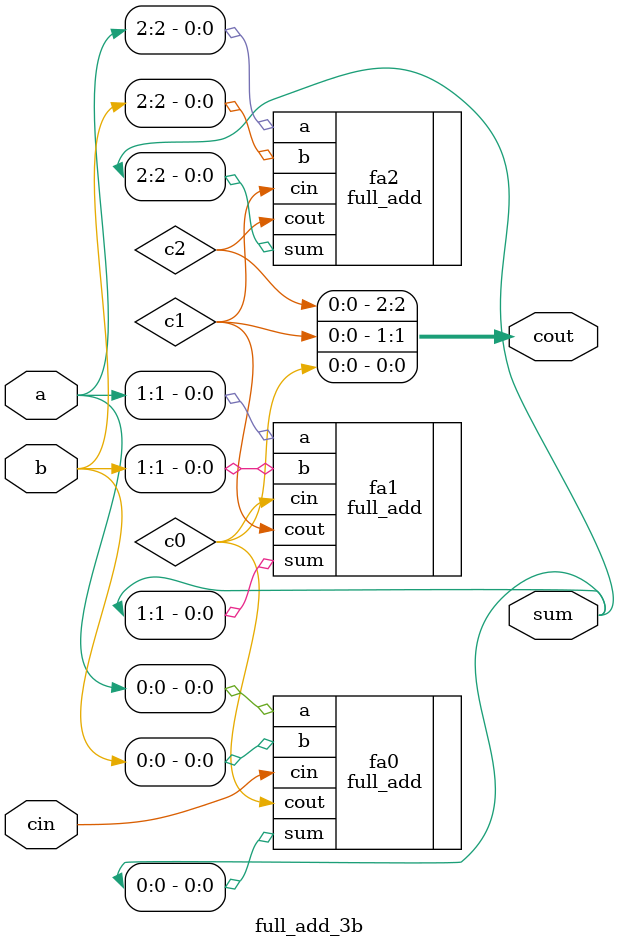
<source format=v>
module full_add_3b( // Модуль 3-битного сумматора на основе трех одноразрядных full_add
    input [2:0] a, b, // 3-битные слагаемые
    input cin,        // Входной перенос (для младшего разряда)
    output [2:0] cout, // Вектора переносов по разрядам [2]=старший
    output [2:0] sum ); // 3-битная сумма

	wire c0, c1, c2; // Внутренние переносы между разрядами

	full_add fa0( // Младший разряд: складываем a[0], b[0], cin
		.a(a[0]),
		.b(b[0]),
		.cin(cin),
		.sum(sum[0]),
		.cout(c0)
	);

	full_add fa1( // Средний разряд: входной перенос — c0
		.a(a[1]),
		.b(b[1]),
		.cin(c0),
		.sum(sum[1]),
		.cout(c1)
	);

	full_add fa2( // Старший разряд: входной перенос — c1
		.a(a[2]),
		.b(b[2]),
		.cin(c1),
		.sum(sum[2]),
		.cout(c2)
	);

	assign cout = {c2, c1, c0}; // Собираем переносы в вектор
    
endmodule // Конец модуля full_add_3b

</source>
